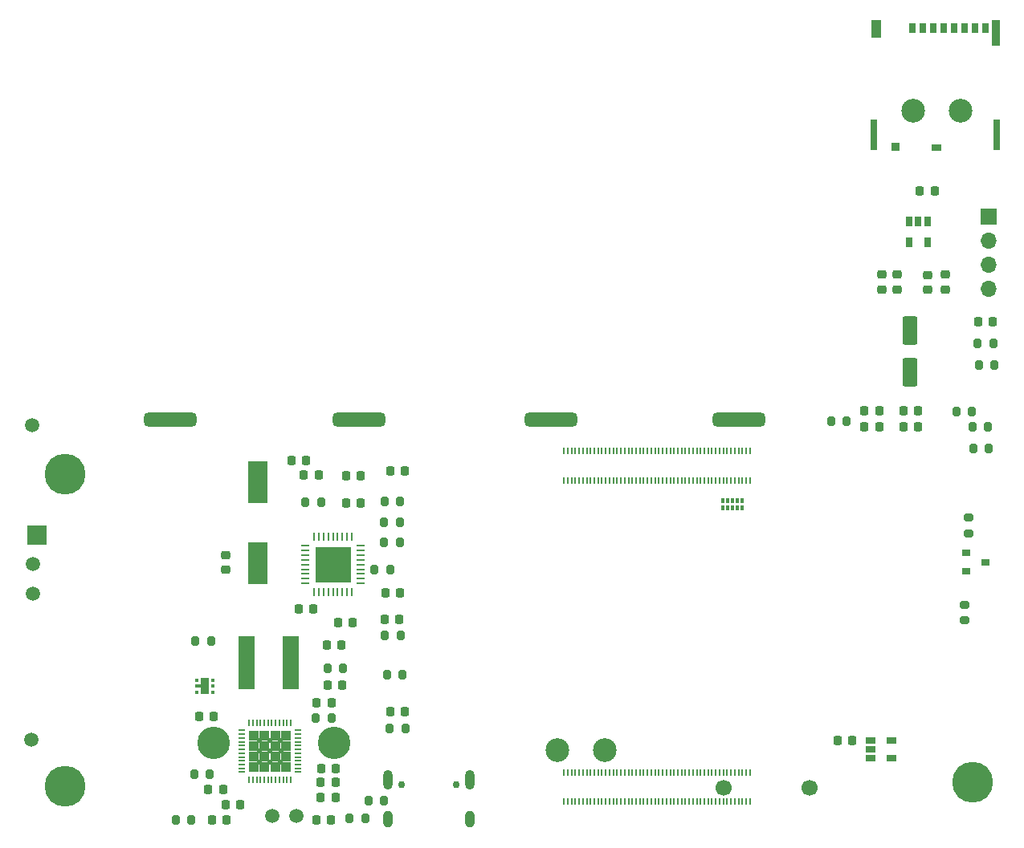
<source format=gbr>
%TF.GenerationSoftware,KiCad,Pcbnew,(6.0.1-0)*%
%TF.CreationDate,2022-04-09T17:35:35-06:00*%
%TF.ProjectId,HAT_CM4_183,4841545f-434d-4345-9f31-38332e6b6963,1.8.3*%
%TF.SameCoordinates,Original*%
%TF.FileFunction,Soldermask,Top*%
%TF.FilePolarity,Negative*%
%FSLAX46Y46*%
G04 Gerber Fmt 4.6, Leading zero omitted, Abs format (unit mm)*
G04 Created by KiCad (PCBNEW (6.0.1-0)) date 2022-04-09 17:35:35*
%MOMM*%
%LPD*%
G01*
G04 APERTURE LIST*
G04 Aperture macros list*
%AMRoundRect*
0 Rectangle with rounded corners*
0 $1 Rounding radius*
0 $2 $3 $4 $5 $6 $7 $8 $9 X,Y pos of 4 corners*
0 Add a 4 corners polygon primitive as box body*
4,1,4,$2,$3,$4,$5,$6,$7,$8,$9,$2,$3,0*
0 Add four circle primitives for the rounded corners*
1,1,$1+$1,$2,$3*
1,1,$1+$1,$4,$5*
1,1,$1+$1,$6,$7*
1,1,$1+$1,$8,$9*
0 Add four rect primitives between the rounded corners*
20,1,$1+$1,$2,$3,$4,$5,0*
20,1,$1+$1,$4,$5,$6,$7,0*
20,1,$1+$1,$6,$7,$8,$9,0*
20,1,$1+$1,$8,$9,$2,$3,0*%
%AMFreePoly0*
4,1,9,0.400000,-0.835000,-0.400000,-0.835000,-0.400000,-0.185000,-1.050000,-0.185000,-1.050000,0.185000,-0.400000,0.185000,-0.400000,0.835000,0.400000,0.835000,0.400000,-0.835000,0.400000,-0.835000,$1*%
G04 Aperture macros list end*
%ADD10RoundRect,0.200000X-0.200000X-0.275000X0.200000X-0.275000X0.200000X0.275000X-0.200000X0.275000X0*%
%ADD11RoundRect,0.225000X-0.225000X-0.250000X0.225000X-0.250000X0.225000X0.250000X-0.225000X0.250000X0*%
%ADD12C,4.300000*%
%ADD13C,1.500000*%
%ADD14RoundRect,0.200000X0.275000X-0.200000X0.275000X0.200000X-0.275000X0.200000X-0.275000X-0.200000X0*%
%ADD15RoundRect,0.225000X0.225000X0.250000X-0.225000X0.250000X-0.225000X-0.250000X0.225000X-0.250000X0*%
%ADD16RoundRect,0.225000X-0.250000X0.225000X-0.250000X-0.225000X0.250000X-0.225000X0.250000X0.225000X0*%
%ADD17RoundRect,0.200000X0.200000X0.275000X-0.200000X0.275000X-0.200000X-0.275000X0.200000X-0.275000X0*%
%ADD18R,0.450000X0.370000*%
%ADD19FreePoly0,0.000000*%
%ADD20RoundRect,0.062500X-0.350000X-0.062500X0.350000X-0.062500X0.350000X0.062500X-0.350000X0.062500X0*%
%ADD21RoundRect,0.062500X-0.062500X-0.350000X0.062500X-0.350000X0.062500X0.350000X-0.062500X0.350000X0*%
%ADD22R,3.700000X3.700000*%
%ADD23RoundRect,0.500000X-2.300000X-0.250000X2.300000X-0.250000X2.300000X0.250000X-2.300000X0.250000X0*%
%ADD24R,0.700000X1.100000*%
%ADD25R,0.900000X0.930000*%
%ADD26R,1.050000X0.780000*%
%ADD27R,0.700000X3.330000*%
%ADD28R,1.140000X1.830000*%
%ADD29R,0.860000X2.800000*%
%ADD30RoundRect,0.218750X0.218750X0.256250X-0.218750X0.256250X-0.218750X-0.256250X0.218750X-0.256250X0*%
%ADD31R,1.800000X5.700000*%
%ADD32R,0.900000X0.800000*%
%ADD33R,0.650000X1.060000*%
%ADD34R,2.000000X2.000000*%
%ADD35R,0.800000X0.200000*%
%ADD36R,0.200000X0.800000*%
%ADD37R,1.112500X1.112500*%
%ADD38C,0.508000*%
%ADD39RoundRect,0.250000X-0.550000X1.250000X-0.550000X-1.250000X0.550000X-1.250000X0.550000X1.250000X0*%
%ADD40R,1.060000X0.650000*%
%ADD41R,0.300000X0.550000*%
%ADD42R,2.000000X4.500000*%
%ADD43R,1.700000X1.700000*%
%ADD44O,1.700000X1.700000*%
%ADD45RoundRect,0.225000X0.250000X-0.225000X0.250000X0.225000X-0.250000X0.225000X-0.250000X-0.225000X0*%
%ADD46R,0.200000X0.700000*%
%ADD47C,2.500000*%
%ADD48C,3.429000*%
%ADD49C,1.700000*%
%ADD50C,0.750000*%
%ADD51O,1.000000X1.800000*%
%ADD52O,1.000000X2.100000*%
G04 APERTURE END LIST*
D10*
%TO.C,R32*%
X131355000Y-188320000D03*
X133005000Y-188320000D03*
%TD*%
%TO.C,R34*%
X185665000Y-157020000D03*
X187315000Y-157020000D03*
%TD*%
D11*
%TO.C,C37*%
X138595000Y-177920000D03*
X140145000Y-177920000D03*
%TD*%
D12*
%TO.C,H2*%
X104920000Y-195520000D03*
%TD*%
D13*
%TO.C,TP6*%
X101570000Y-172020000D03*
%TD*%
D10*
%TO.C,R51*%
X138545000Y-169730000D03*
X140195000Y-169730000D03*
%TD*%
D14*
%TO.C,R38*%
X200140000Y-168820000D03*
X200140000Y-167170000D03*
%TD*%
D15*
%TO.C,C8*%
X133435000Y-193610000D03*
X131885000Y-193610000D03*
%TD*%
D11*
%TO.C,C6*%
X120025000Y-195880000D03*
X121575000Y-195880000D03*
%TD*%
D16*
%TO.C,C32*%
X197720000Y-141535000D03*
X197720000Y-143085000D03*
%TD*%
D11*
%TO.C,C28*%
X139205000Y-162220000D03*
X140755000Y-162220000D03*
%TD*%
D17*
%TO.C,R49*%
X138565000Y-197020000D03*
X136915000Y-197020000D03*
%TD*%
D15*
%TO.C,C22*%
X187925000Y-190700000D03*
X186375000Y-190700000D03*
%TD*%
D11*
%TO.C,C2*%
X132515000Y-180620000D03*
X134065000Y-180620000D03*
%TD*%
%TO.C,C3*%
X119035000Y-188170000D03*
X120585000Y-188170000D03*
%TD*%
D16*
%TO.C,C38*%
X192640000Y-141535000D03*
X192640000Y-143085000D03*
%TD*%
D18*
%TO.C,U7*%
X118835000Y-184300000D03*
D19*
X119660000Y-184950000D03*
D18*
X118835000Y-185600000D03*
X120485000Y-185600000D03*
X120485000Y-184950000D03*
X120485000Y-184300000D03*
%TD*%
D10*
%TO.C,R54*%
X130255000Y-165500000D03*
X131905000Y-165500000D03*
%TD*%
D14*
%TO.C,R39*%
X199740000Y-177985000D03*
X199740000Y-176335000D03*
%TD*%
D20*
%TO.C,U13*%
X130222500Y-170110000D03*
X130222500Y-170610000D03*
X130222500Y-171110000D03*
X130222500Y-171610000D03*
X130222500Y-172110000D03*
X130222500Y-172610000D03*
X130222500Y-173110000D03*
X130222500Y-173610000D03*
X130222500Y-174110000D03*
D21*
X131160000Y-175047500D03*
X131660000Y-175047500D03*
X132160000Y-175047500D03*
X132660000Y-175047500D03*
X133160000Y-175047500D03*
X133660000Y-175047500D03*
X134160000Y-175047500D03*
X134660000Y-175047500D03*
X135160000Y-175047500D03*
D20*
X136097500Y-174110000D03*
X136097500Y-173610000D03*
X136097500Y-173110000D03*
X136097500Y-172610000D03*
X136097500Y-172110000D03*
X136097500Y-171610000D03*
X136097500Y-171110000D03*
X136097500Y-170610000D03*
X136097500Y-170110000D03*
D21*
X135160000Y-169172500D03*
X134660000Y-169172500D03*
X134160000Y-169172500D03*
X133660000Y-169172500D03*
X133160000Y-169172500D03*
X132660000Y-169172500D03*
X132160000Y-169172500D03*
X131660000Y-169172500D03*
X131160000Y-169172500D03*
D22*
X133160000Y-172110000D03*
%TD*%
D23*
%TO.C,BTM4*%
X175960000Y-156810000D03*
%TD*%
D15*
%TO.C,C7*%
X132995000Y-186730000D03*
X131445000Y-186730000D03*
%TD*%
D11*
%TO.C,C33*%
X133665000Y-178220000D03*
X135215000Y-178220000D03*
%TD*%
D24*
%TO.C,J1*%
X194280000Y-115537500D03*
X195380000Y-115537500D03*
X196480000Y-115537500D03*
X197580000Y-115537500D03*
X198680000Y-115537500D03*
X199780000Y-115537500D03*
X200880000Y-115537500D03*
X201980000Y-115537500D03*
D25*
X192490000Y-128002500D03*
D26*
X196755000Y-128077500D03*
D27*
X203140000Y-126802500D03*
D28*
X190400000Y-115552500D03*
D29*
X203060000Y-116037500D03*
D27*
X190180000Y-126802500D03*
%TD*%
D30*
%TO.C,LED11*%
X132977500Y-199050000D03*
X131402500Y-199050000D03*
%TD*%
D23*
%TO.C,BTM1*%
X116020000Y-156810000D03*
%TD*%
D10*
%TO.C,R44*%
X118635000Y-180170000D03*
X120285000Y-180170000D03*
%TD*%
D31*
%TO.C,L1*%
X128710000Y-182450000D03*
X124010000Y-182450000D03*
%TD*%
D23*
%TO.C,BTM2*%
X135890000Y-156810000D03*
%TD*%
D13*
%TO.C,TP5*%
X101380000Y-190590000D03*
%TD*%
D30*
%TO.C,LED8*%
X194858500Y-155905000D03*
X193283500Y-155905000D03*
%TD*%
D12*
%TO.C,H3*%
X200570000Y-195090000D03*
%TD*%
D30*
%TO.C,LED10*%
X121967500Y-199070000D03*
X120392500Y-199070000D03*
%TD*%
D17*
%TO.C,R31*%
X120195000Y-194220000D03*
X118545000Y-194220000D03*
%TD*%
D13*
%TO.C,TP2*%
X101540000Y-175190000D03*
%TD*%
D12*
%TO.C,H1*%
X104930000Y-162540000D03*
%TD*%
D11*
%TO.C,C5*%
X121845000Y-197470000D03*
X123395000Y-197470000D03*
%TD*%
D30*
%TO.C,LED5*%
X190762500Y-155905000D03*
X189187500Y-155905000D03*
%TD*%
D10*
%TO.C,R48*%
X116595000Y-199070000D03*
X118245000Y-199070000D03*
%TD*%
%TO.C,R35*%
X201125000Y-148790000D03*
X202775000Y-148790000D03*
%TD*%
D11*
%TO.C,C27*%
X130095000Y-162700000D03*
X131645000Y-162700000D03*
%TD*%
D17*
%TO.C,R37*%
X202285000Y-159850000D03*
X200635000Y-159850000D03*
%TD*%
D10*
%TO.C,R55*%
X138545000Y-167630000D03*
X140195000Y-167630000D03*
%TD*%
D13*
%TO.C,TP3*%
X101410000Y-157440000D03*
%TD*%
D32*
%TO.C,D3*%
X199940000Y-172810000D03*
X201940000Y-171860000D03*
X199940000Y-170910000D03*
%TD*%
D33*
%TO.C,U12*%
X195810000Y-135880000D03*
X194860000Y-135880000D03*
X193910000Y-135880000D03*
X193910000Y-138080000D03*
X195810000Y-138080000D03*
%TD*%
D34*
%TO.C,BTP1*%
X101980000Y-168990000D03*
%TD*%
D17*
%TO.C,R33*%
X136555000Y-198870000D03*
X134905000Y-198870000D03*
%TD*%
D35*
%TO.C,U3*%
X123510000Y-189620000D03*
X123510000Y-190020000D03*
X123510000Y-190420000D03*
X123510000Y-190820000D03*
X123510000Y-191220000D03*
X123510000Y-191620000D03*
X123510000Y-192020000D03*
X123510000Y-192420000D03*
X123510000Y-192820000D03*
X123510000Y-193220000D03*
X123510000Y-193620000D03*
X123510000Y-194020000D03*
D36*
X124310000Y-194820000D03*
X124710000Y-194820000D03*
X125110000Y-194820000D03*
X125510000Y-194820000D03*
X125910000Y-194820000D03*
X126310000Y-194820000D03*
X126710000Y-194820000D03*
X127110000Y-194820000D03*
X127510000Y-194820000D03*
X127910000Y-194820000D03*
X128310000Y-194820000D03*
X128710000Y-194820000D03*
D35*
X129510000Y-194020000D03*
X129510000Y-193620000D03*
X129510000Y-193220000D03*
X129510000Y-192820000D03*
X129510000Y-192420000D03*
X129510000Y-192020000D03*
X129510000Y-191620000D03*
X129510000Y-191220000D03*
X129510000Y-190820000D03*
X129510000Y-190420000D03*
X129510000Y-190020000D03*
X129510000Y-189620000D03*
D36*
X128710000Y-188820000D03*
X128310000Y-188820000D03*
X127910000Y-188820000D03*
X127510000Y-188820000D03*
X127110000Y-188820000D03*
X126710000Y-188820000D03*
X126310000Y-188820000D03*
X125910000Y-188820000D03*
X125510000Y-188820000D03*
X125110000Y-188820000D03*
X124710000Y-188820000D03*
X124310000Y-188820000D03*
D37*
X124841250Y-192376250D03*
X125953750Y-193488750D03*
X128178750Y-191263750D03*
X124841250Y-193488750D03*
D38*
X125385000Y-192945000D03*
X126535000Y-191820000D03*
D37*
X128178750Y-192376250D03*
X127066250Y-191263750D03*
D38*
X127610000Y-192945000D03*
D37*
X127066250Y-192376250D03*
D38*
X125410000Y-190720000D03*
D37*
X124841250Y-191263750D03*
D38*
X125435000Y-191820000D03*
D37*
X127066250Y-193488750D03*
X125953750Y-190151250D03*
D38*
X127635000Y-190720000D03*
X127685000Y-191820000D03*
D37*
X125953750Y-191263750D03*
D38*
X126510000Y-190720000D03*
D37*
X125953750Y-192376250D03*
X127066250Y-190151250D03*
X124841250Y-190151250D03*
X128178750Y-193488750D03*
X128178750Y-190151250D03*
D38*
X126510000Y-192970000D03*
%TD*%
D15*
%TO.C,C31*%
X131075000Y-176820000D03*
X129525000Y-176820000D03*
%TD*%
D23*
%TO.C,BTM3*%
X156100000Y-156810000D03*
%TD*%
D15*
%TO.C,C9*%
X133415000Y-195120000D03*
X131865000Y-195120000D03*
%TD*%
D11*
%TO.C,C29*%
X134515000Y-162720000D03*
X136065000Y-162720000D03*
%TD*%
D30*
%TO.C,LED6*%
X194857500Y-157560000D03*
X193282500Y-157560000D03*
%TD*%
D17*
%TO.C,R42*%
X140275000Y-179620000D03*
X138625000Y-179620000D03*
%TD*%
D15*
%TO.C,C25*%
X196585000Y-132700000D03*
X195035000Y-132700000D03*
%TD*%
D13*
%TO.C,TP4*%
X129340000Y-198630000D03*
%TD*%
D11*
%TO.C,C1*%
X132595000Y-184850000D03*
X134145000Y-184850000D03*
%TD*%
D15*
%TO.C,C10*%
X202725000Y-146450000D03*
X201175000Y-146450000D03*
%TD*%
D11*
%TO.C,C35*%
X138680000Y-175110000D03*
X140230000Y-175110000D03*
%TD*%
D16*
%TO.C,C36*%
X191020000Y-141535000D03*
X191020000Y-143085000D03*
%TD*%
%TO.C,C34*%
X195870000Y-141540000D03*
X195870000Y-143090000D03*
%TD*%
D39*
%TO.C,C30*%
X193980000Y-147390000D03*
X193980000Y-151790000D03*
%TD*%
D40*
%TO.C,U9*%
X189800000Y-190680000D03*
X189800000Y-191630000D03*
X189800000Y-192580000D03*
X192000000Y-192580000D03*
X192000000Y-190680000D03*
%TD*%
D15*
%TO.C,C21*%
X140725000Y-187630000D03*
X139175000Y-187630000D03*
%TD*%
D10*
%TO.C,R43*%
X138825000Y-183730000D03*
X140475000Y-183730000D03*
%TD*%
%TO.C,R47*%
X139125000Y-189380000D03*
X140775000Y-189380000D03*
%TD*%
D11*
%TO.C,C26*%
X134515000Y-165590000D03*
X136065000Y-165590000D03*
%TD*%
D41*
%TO.C,U5*%
X176290000Y-165365000D03*
X175790000Y-165365000D03*
X175290000Y-165365000D03*
X174790000Y-165365000D03*
X174290000Y-165365000D03*
X174290000Y-166135000D03*
X174790000Y-166135000D03*
X175290000Y-166135000D03*
X175790000Y-166135000D03*
X176290000Y-166135000D03*
%TD*%
D42*
%TO.C,Y1*%
X125240000Y-171950000D03*
X125240000Y-163450000D03*
%TD*%
D43*
%TO.C,P1*%
X202320000Y-135380000D03*
D44*
X202320000Y-137920000D03*
X202320000Y-140460000D03*
X202320000Y-143000000D03*
%TD*%
D10*
%TO.C,R36*%
X201225000Y-151100000D03*
X202875000Y-151100000D03*
%TD*%
D45*
%TO.C,C23*%
X121840000Y-172675000D03*
X121840000Y-171125000D03*
%TD*%
D30*
%TO.C,LED7*%
X190767500Y-157580000D03*
X189192500Y-157580000D03*
%TD*%
D10*
%TO.C,R52*%
X137515000Y-172640000D03*
X139165000Y-172640000D03*
%TD*%
D17*
%TO.C,R46*%
X200505000Y-155940000D03*
X198855000Y-155940000D03*
%TD*%
D11*
%TO.C,C24*%
X128785000Y-161100000D03*
X130335000Y-161100000D03*
%TD*%
D46*
%TO.C,Module1*%
X177112993Y-160160001D03*
X177112993Y-163240001D03*
X176712993Y-160160001D03*
X176712993Y-163240001D03*
X176312993Y-160160001D03*
X176312993Y-163240001D03*
X175912993Y-160160001D03*
X175912993Y-163240001D03*
X175512993Y-160160001D03*
X175512993Y-163240001D03*
X175112993Y-160160001D03*
X175112993Y-163240001D03*
X174712993Y-160160001D03*
X174712993Y-163240001D03*
X174312993Y-160160001D03*
X174312993Y-163240001D03*
X173912993Y-160160001D03*
X173912993Y-163240001D03*
X173512993Y-160160001D03*
X173512993Y-163240001D03*
X173112993Y-160160001D03*
X173112993Y-163240001D03*
X172712993Y-160160001D03*
X172712993Y-163240001D03*
X172312993Y-160160001D03*
X172312993Y-163240001D03*
X171912993Y-160160001D03*
X171912993Y-163240001D03*
X171512993Y-160160001D03*
X171512993Y-163240001D03*
X171112993Y-160160001D03*
X171112993Y-163240001D03*
X170712993Y-160160001D03*
X170712993Y-163240001D03*
X170312993Y-160160001D03*
X170312993Y-163240001D03*
X169912993Y-160160001D03*
X169912993Y-163240001D03*
X169512993Y-160160001D03*
X169512993Y-163240001D03*
X169112993Y-160160001D03*
X169112993Y-163240001D03*
X168712993Y-160160001D03*
X168712993Y-163240001D03*
X168312993Y-160160001D03*
X168312993Y-163240001D03*
X167912993Y-160160001D03*
X167912993Y-163240001D03*
X167512993Y-160160001D03*
X167512993Y-163240001D03*
X167112993Y-160160001D03*
X167112993Y-163240001D03*
X166712993Y-160160001D03*
X166712993Y-163240001D03*
X166312993Y-160160001D03*
X166312993Y-163240001D03*
X165912993Y-160160001D03*
X165912993Y-163240001D03*
X165512993Y-160160001D03*
X165512993Y-163240001D03*
X165112993Y-160160001D03*
X165112993Y-163240001D03*
X164712993Y-160160001D03*
X164712993Y-163240001D03*
X164312993Y-160160001D03*
X164312993Y-163240001D03*
X163912993Y-160160001D03*
X163912993Y-163240001D03*
X163512993Y-160160001D03*
X163512993Y-163240001D03*
X163112993Y-160160001D03*
X163112993Y-163240001D03*
X162712993Y-160160001D03*
X162712993Y-163240001D03*
X162312993Y-160160001D03*
X162312993Y-163240001D03*
X161912993Y-160160001D03*
X161912993Y-163240001D03*
X161512993Y-160160001D03*
X161512993Y-163240001D03*
X161112993Y-160160001D03*
X161112993Y-163240001D03*
X160712993Y-160160001D03*
X160712993Y-163240001D03*
X160312993Y-160160001D03*
X160312993Y-163240001D03*
X159912993Y-160160001D03*
X159912993Y-163240001D03*
X159512993Y-160160001D03*
X159512993Y-163240001D03*
X159112993Y-160160001D03*
X159112993Y-163240001D03*
X158712993Y-160160001D03*
X158712993Y-163240001D03*
X158312993Y-160160001D03*
X158312993Y-163240001D03*
X157912993Y-160160001D03*
X157912993Y-163240001D03*
X157512993Y-160160001D03*
X157512993Y-163240001D03*
X177112993Y-194080001D03*
X177112993Y-197160001D03*
X176712993Y-194080001D03*
X176712993Y-197160001D03*
X176312993Y-194080001D03*
X176312993Y-197160001D03*
X175912993Y-194080001D03*
X175912993Y-197160001D03*
X175512993Y-194080001D03*
X175512993Y-197160001D03*
X175112993Y-194080001D03*
X175112993Y-197160001D03*
X174712993Y-194080001D03*
X174712993Y-197160001D03*
X174312993Y-194080001D03*
X174312993Y-197160001D03*
X173912993Y-194080001D03*
X173912993Y-197160001D03*
X173512993Y-194080001D03*
X173512993Y-197160001D03*
X173112993Y-194080001D03*
X173112993Y-197160001D03*
X172712993Y-194080001D03*
X172712993Y-197160001D03*
X172312993Y-194080001D03*
X172312993Y-197160001D03*
X171912993Y-194080001D03*
X171912993Y-197160001D03*
X171512993Y-194080001D03*
X171512993Y-197160001D03*
X171112993Y-194080001D03*
X171112993Y-197160001D03*
X170712993Y-194080001D03*
X170712993Y-197160001D03*
X170312993Y-194080001D03*
X170312993Y-197160001D03*
X169912993Y-194080001D03*
X169912993Y-197160001D03*
X169512993Y-194080001D03*
X169512993Y-197160001D03*
X169112993Y-194080001D03*
X169112993Y-197160001D03*
X168712993Y-194080001D03*
X168712993Y-197160001D03*
X168312993Y-194080001D03*
X168312993Y-197160001D03*
X167912993Y-194080001D03*
X167912993Y-197160001D03*
X167512993Y-194080001D03*
X167512993Y-197160001D03*
X167112993Y-194080001D03*
X167112993Y-197160001D03*
X166712993Y-194080001D03*
X166712993Y-197160001D03*
X166312993Y-194080001D03*
X166312993Y-197160001D03*
X165912993Y-194080001D03*
X165912993Y-197160001D03*
X165512993Y-194080001D03*
X165512993Y-197160001D03*
X165112993Y-194080001D03*
X165112993Y-197160001D03*
X164712993Y-194080001D03*
X164712993Y-197160001D03*
X164312993Y-194080001D03*
X164312993Y-197160001D03*
X163912993Y-194080001D03*
X163912993Y-197160001D03*
X163512993Y-194080001D03*
X163512993Y-197160001D03*
X163112993Y-194080001D03*
X163112993Y-197160001D03*
X162712993Y-194080001D03*
X162712993Y-197160001D03*
X162312993Y-194080001D03*
X162312993Y-197160001D03*
X161912993Y-194080001D03*
X161912993Y-197160001D03*
X161512993Y-194080001D03*
X161512993Y-197160001D03*
X161112993Y-194080001D03*
X161112993Y-197160001D03*
X160712993Y-194080001D03*
X160712993Y-197160001D03*
X160312993Y-194080001D03*
X160312993Y-197160001D03*
X159912993Y-194080001D03*
X159912993Y-197160001D03*
X159512993Y-194080001D03*
X159512993Y-197160001D03*
X159112993Y-194080001D03*
X159112993Y-197160001D03*
X158712993Y-194080001D03*
X158712993Y-197160001D03*
X158312993Y-194080001D03*
X158312993Y-197160001D03*
X157912993Y-194080001D03*
X157912993Y-197160001D03*
X157512993Y-194080001D03*
X157512993Y-197160001D03*
%TD*%
D17*
%TO.C,R40*%
X202235000Y-157560000D03*
X200585000Y-157560000D03*
%TD*%
D10*
%TO.C,R53*%
X138595000Y-165420000D03*
X140245000Y-165420000D03*
%TD*%
%TO.C,R30*%
X132575000Y-183100000D03*
X134225000Y-183100000D03*
%TD*%
D11*
%TO.C,C4*%
X131875000Y-196670000D03*
X133425000Y-196670000D03*
%TD*%
D13*
%TO.C,TP1*%
X126760000Y-198620000D03*
%TD*%
D47*
%TO.C,J4*%
X194320000Y-124225000D03*
X199320000Y-124225000D03*
%TD*%
D48*
%TO.C,J6*%
X133240000Y-190950000D03*
X120540000Y-190950000D03*
%TD*%
D47*
%TO.C,J3*%
X156785098Y-191735000D03*
X161785098Y-191735000D03*
%TD*%
D49*
%TO.C,J2*%
X174371098Y-195703250D03*
X183371098Y-195703250D03*
%TD*%
D50*
%TO.C,J5*%
X146135098Y-195317500D03*
X140355098Y-195317500D03*
D51*
X138925098Y-198997500D03*
D52*
X147565098Y-194817500D03*
X138925098Y-194817500D03*
D51*
X147565098Y-198997500D03*
%TD*%
M02*

</source>
